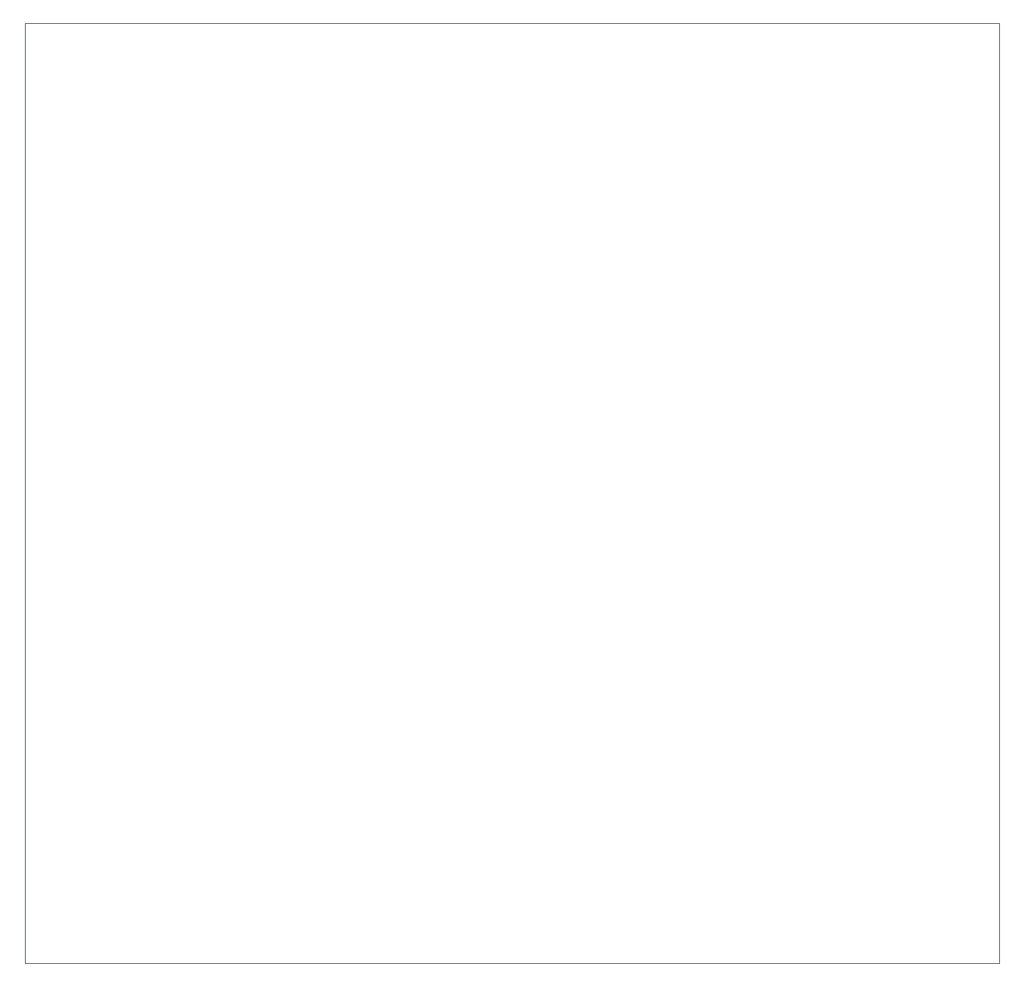
<source format=gbr>
%TF.GenerationSoftware,KiCad,Pcbnew,(6.0.0)*%
%TF.CreationDate,2022-07-26T05:52:08-04:00*%
%TF.ProjectId,TRS-80-M3-KEY,5452532d-3830-42d4-9d33-2d4b45592e6b,rev?*%
%TF.SameCoordinates,Original*%
%TF.FileFunction,Profile,NP*%
%FSLAX46Y46*%
G04 Gerber Fmt 4.6, Leading zero omitted, Abs format (unit mm)*
G04 Created by KiCad (PCBNEW (6.0.0)) date 2022-07-26 05:52:08*
%MOMM*%
%LPD*%
G01*
G04 APERTURE LIST*
%TA.AperFunction,Profile*%
%ADD10C,0.050000*%
%TD*%
G04 APERTURE END LIST*
D10*
X90170000Y-43815000D02*
X179705000Y-43815000D01*
X179705000Y-130175000D02*
X90170000Y-130175000D01*
X179705000Y-43815000D02*
X179705000Y-130175000D01*
X90170000Y-130175000D02*
X90170000Y-43815000D01*
M02*

</source>
